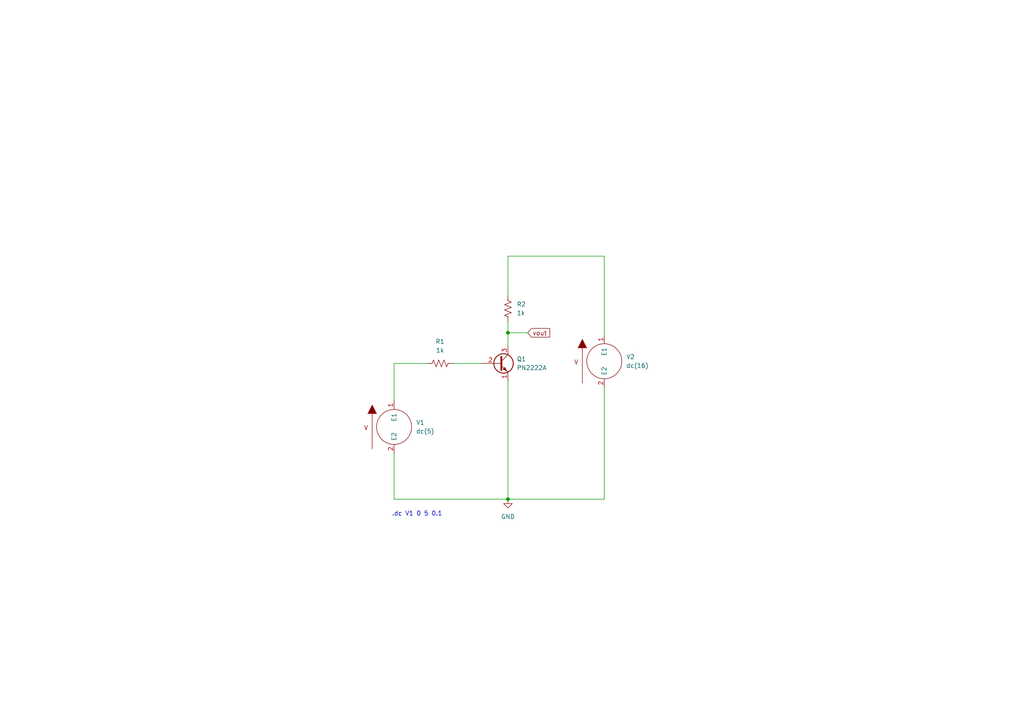
<source format=kicad_sch>
(kicad_sch (version 20211123) (generator eeschema)
  (paper "A4")
  (lib_symbols
    (symbol "Device:R_US" (pin_numbers hide) (pin_names (offset 0))
      (property "Reference" "R" (at 2.54 0 90))
      (property "Value" "R_US" (at -2.54 0 90))
      (symbol "R_US_0_1"
        (polyline (pts (xy 0 -2.286) (xy 0 -2.54)))
        (polyline (pts (xy 0 2.286) (xy 0 2.54)))
        (polyline (pts (xy 0 -0.762) (xy 1.016 -1.143) (xy 0 -1.524) (xy -1.016 -1.905) (xy 0 -2.286)))
        (polyline (pts (xy 0 0.762) (xy 1.016 0.381) (xy 0 0) (xy -1.016 -0.381) (xy 0 -0.762)))
        (polyline (pts (xy 0 2.286) (xy 1.016 1.905) (xy 0 1.524) (xy -1.016 1.143) (xy 0 0.762)))
      )
      (symbol "R_US_1_1"
        (pin passive line (at 0 3.81 270) (length 1.27) (name "~") (number "1"))
        (pin passive line (at 0 -3.81 90) (length 1.27) (name "~") (number "2"))
      )
    )
    (symbol "Transistor_BJT:PN2222A" (pin_names (offset 0) hide)
      (property "Reference" "Q" (at 5.08 1.905 0))
      (property "Value" "PN2222A" (at 5.08 0 0))
      (symbol "PN2222A_0_1"
        (polyline (pts (xy 0 0) (xy 0.635 0)))
        (polyline (pts (xy 2.54 -2.54) (xy 0.635 -0.635)))
        (polyline (pts (xy 2.54 2.54) (xy 0.635 0.635)))
        (polyline (pts (xy 0.635 1.905) (xy 0.635 -1.905) (xy 0.635 -1.905)) (stroke (width 0.508)))
        (polyline (pts (xy 2.413 -2.413) (xy 1.905 -1.905) (xy 1.905 -1.905)))
        (polyline (pts (xy 1.143 -1.651) (xy 1.651 -1.143) (xy 2.159 -2.159) (xy 1.143 -1.651) (xy 1.143 -1.651)) (fill (type outline)))
        (circle (center 1.27 0) (radius 2.8194) (stroke (width 0.254)))
      )
      (symbol "PN2222A_1_1"
        (pin passive line (at 2.54 -5.08 90) (length 2.54) (name "E") (number "1"))
        (pin input line (at -5.08 0 0) (length 5.08) (name "B") (number "2"))
        (pin passive line (at 2.54 5.08 270) (length 2.54) (name "C") (number "3"))
      )
    )
    (symbol "power:GND" (power) (pin_names (offset 0))
      (property "Value" "GND" (at 0 -3.81 0))
      (symbol "GND_0_1"
        (polyline (pts (xy 0 0) (xy 0 -1.27) (xy 1.27 -1.27) (xy 0 -2.54) (xy -1.27 -1.27) (xy 0 -1.27)))
      )
      (symbol "GND_1_1"
        (pin power_in line (at 0 0 270) (length 0) hide (name "GND") (number "1"))
      )
    )
    (symbol "pspice:VSOURCE" (pin_names (offset 1.016))
      (property "Reference" "V" (at -6.35 7.62 0))
      (property "Value" "VSOURCE" (at 0 0 0))
      (symbol "VSOURCE_0_1"
        (polyline (pts (xy -6.35 -6.35) (xy -6.35 3.81)) (fill (type outline)))
        (polyline (pts (xy -7.62 3.81) (xy -6.35 6.35) (xy -5.08 3.81)) (fill (type outline)))
        (circle (center 0 0) (radius 5.08))
        (text "V" (at -8.128 -0.254 0) (effects (font (size 1.27 1.27))))
      )
      (symbol "VSOURCE_1_1"
        (pin input line (at 0 7.62 270) (length 2.54) (name "E1") (number "1"))
        (pin input line (at 0 -7.62 90) (length 2.54) (name "E2") (number "2"))
      )
    )
  )
  (junction (at 147.32 144.78))
  (junction (at 147.32 96.52))
  (wire (pts (xy 123.825 105.41) (xy 114.3 105.41)))
  (wire (pts (xy 175.26 74.295) (xy 175.26 97.155)))
  (wire (pts (xy 147.32 144.78) (xy 175.26 144.78)))
  (wire (pts (xy 147.32 96.52) (xy 153.035 96.52)))
  (wire (pts (xy 175.26 144.78) (xy 175.26 112.395)))
  (wire (pts (xy 147.32 74.295) (xy 175.26 74.295)))
  (wire (pts (xy 131.445 105.41) (xy 139.7 105.41)))
  (wire (pts (xy 147.32 93.345) (xy 147.32 96.52)))
  (wire (pts (xy 147.32 85.725) (xy 147.32 74.295)))
  (wire (pts (xy 147.32 144.78) (xy 147.32 110.49)))
  (wire (pts (xy 114.3 105.41) (xy 114.3 116.205)))
  (wire (pts (xy 114.3 131.445) (xy 114.3 144.78)))
  (wire (pts (xy 114.3 144.78) (xy 147.32 144.78)))
  (wire (pts (xy 147.32 96.52) (xy 147.32 100.33)))
  (text ".dc V1 0 5 0.1\n" (at 113.665 149.86 0) (effects (font (size 1.27 1.27)) (justify left bottom)))
  (global_label "vout" (shape input) (at 153.035 96.52 0) (property "Intersheet References" "${INTERSHEET_REFS}" (effects hide)))
  (symbol (lib_id "Device:R_US") (at 127.635 105.41 90) (unit 1)
    (property "Reference" "R1" (at 127.635 99.06 90))
    (property "Value" "1k" (at 127.635 101.6 90))
  )
  (symbol (lib_id "Device:R_US") (at 147.32 89.535 0) (unit 1)
    (property "Reference" "R2" (at 149.86 88.2649 0) (effects (justify left)))
    (property "Value" "1k" (at 149.86 90.8049 0) (effects (justify left)))
  )
  (symbol (lib_id "pspice:VSOURCE") (at 114.3 123.825 0) (unit 1)
    (property "Reference" "V1" (at 120.65 122.5549 0) (effects (justify left)))
    (property "Value" "dc(5)" (at 120.65 125.0949 0) (effects (justify left)))
  )
  (symbol (lib_id "pspice:VSOURCE") (at 175.26 104.775 0) (unit 1)
    (property "Reference" "V2" (at 181.61 103.5049 0) (effects (justify left)))
    (property "Value" "dc(16)" (at 181.61 106.0449 0) (effects (justify left)))
  )
  (symbol (lib_id "power:GND") (at 147.32 144.78 0) (unit 1)
    (property "Reference" "#PWR01" (effects hide))
    (property "Value" "GND" (at 147.32 149.86 0))
  )
  (symbol (lib_id "Transistor_BJT:PN2222A") (at 144.78 105.41 0) (unit 1)
    (property "Reference" "Q1" (at 149.86 104.1399 0) (effects (justify left)))
    (property "Value" "PN2222A" (at 149.86 106.6799 0) (effects (justify left)))
    (property "Footprint" "Package_TO_SOT_THT:TO-92_Inline" (effects hide))
    (property "Datasheet" "https://www.onsemi.com/pub/Collateral/PN2222-D.PDF" (effects hide))
    (property "Spice_Primitive" "Q" (effects hide))
    (property "Spice_Model" "PN2222A" (effects hide))
    (property "Spice_Netlist_Enabled" "Y" (effects hide))
    (property "Spice_Lib_File" "PN2222A.lib" (effects hide))
    (property "Spice_Node_Sequence" "3 2 1" (effects hide))
  )
)
</source>
